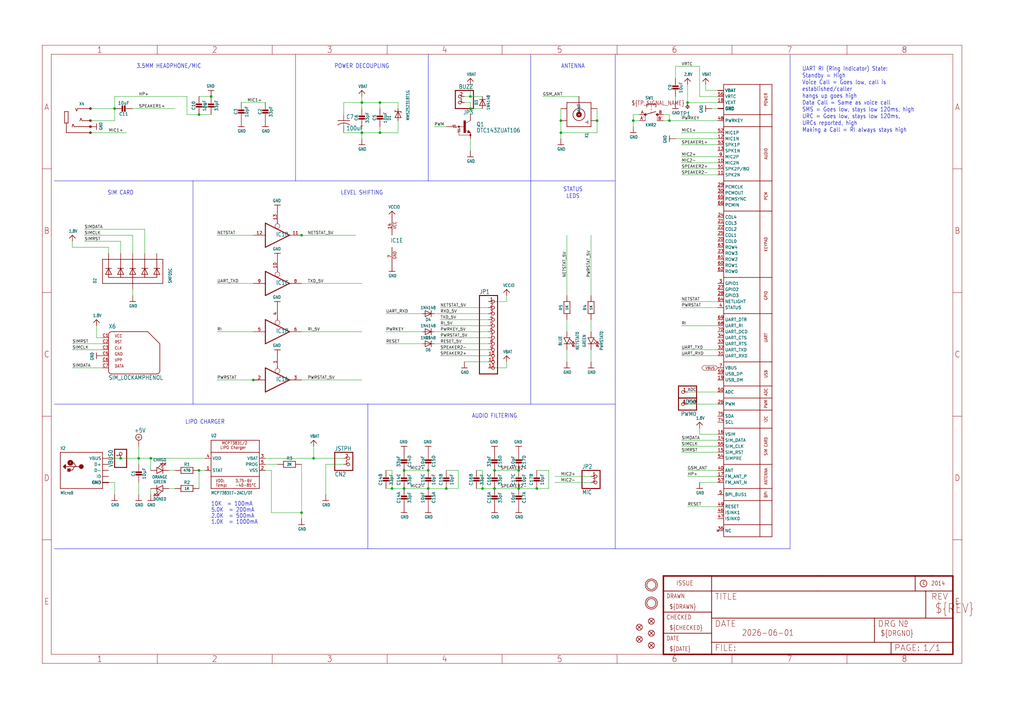
<source format=kicad_sch>
(kicad_sch (version 20230121) (generator eeschema)
  (paper "User" 431.267 298.602)
  (junction (at 208.28 198.12))
  (junction (at 160.02 43.18))
  (junction (at 180.34 198.12))
  (junction (at 88.9 40.64))
  (junction (at 218.44 205.74))
  (junction (at 289.56 43.18))
  (junction (at 83.82 198.12))
  (junction (at 266.7 50.8))
  (junction (at 281.94 50.8))
  (junction (at 187.96 205.74))
  (junction (at 251.46 50.8))
  (junction (at 152.4 55.88))
  (junction (at 170.18 205.74))
  (junction (at 127 99.06))
  (junction (at 152.4 43.18))
  (junction (at 236.22 55.88))
  (junction (at 236.22 50.8))
  (junction (at 218.44 198.12))
  (junction (at 63.5 193.04))
  (junction (at 208.28 205.74))
  (junction (at 160.02 55.88))
  (junction (at 83.82 48.26))
  (junction (at 132.08 193.04))
  (junction (at 198.12 45.72))
  (junction (at 165.1 205.74))
  (junction (at 203.2 205.74))
  (junction (at 58.42 193.04))
  (junction (at 48.26 45.72))
  (junction (at 50.8 193.04))
  (junction (at 180.34 205.74))
  (junction (at 127 215.9))
  (junction (at 226.06 205.74))
  (junction (at 106.68 160.02))
  (junction (at 198.12 40.64))
  (junction (at 170.18 198.12))
  (wire (pts (xy 50.8 193.04) (xy 58.42 193.04)) (stroke (width 0.1524)))
  (wire (pts (xy 137.16 195.58) (xy 137.16 208.28)) (stroke (width 0.1524)))
  (wire (pts (xy 152.4 58.42) (xy 152.4 55.88)) (stroke (width 0.1524)))
  (wire (pts (xy 40.64 142.24) (xy 40.64 137.16)) (stroke (width 0.1524)))
  (wire (pts (xy 167.64 55.88) (xy 167.64 50.8)) (stroke (width 0.1524)))
  (wire (pts (xy 231.14 198.12) (xy 231.14 205.74)) (stroke (width 0.1524)))
  (wire (pts (xy 203.2 205.74) (xy 208.28 205.74)) (stroke (width 0.1524)))
  (polyline (pts (xy 124.46 76.2) (xy 180.34 76.2)) (stroke (width 0.1524) (type solid)))
  (polyline (pts (xy 223.52 76.2) (xy 223.52 22.86)) (stroke (width 0.1524) (type solid)))
  (wire (pts (xy 185.42 134.62) (xy 205.74 134.62)) (stroke (width 0.1524)))
  (wire (pts (xy 63.5 193.04) (xy 86.36 193.04)) (stroke (width 0.1524)))
  (wire (pts (xy 228.6 40.64) (xy 243.84 40.64)) (stroke (width 0.1524)))
  (wire (pts (xy 251.46 55.88) (xy 251.46 50.8)) (stroke (width 0.1524)))
  (polyline (pts (xy 81.28 170.18) (xy 154.94 170.18)) (stroke (width 0.1524) (type solid)))
  (wire (pts (xy 50.8 101.6) (xy 35.56 101.6)) (stroke (width 0.1524)))
  (wire (pts (xy 165.1 205.74) (xy 170.18 205.74)) (stroke (width 0.1524)))
  (wire (pts (xy 160.02 45.72) (xy 160.02 43.18)) (stroke (width 0.1524)))
  (wire (pts (xy 302.26 149.86) (xy 287.02 149.86)) (stroke (width 0.1524)))
  (wire (pts (xy 48.26 45.72) (xy 48.26 40.64)) (stroke (width 0.1524)))
  (wire (pts (xy 152.4 43.18) (xy 152.4 40.64)) (stroke (width 0.1524)))
  (wire (pts (xy 109.22 160.02) (xy 106.68 160.02)) (stroke (width 0.1524)))
  (wire (pts (xy 203.2 205.74) (xy 200.66 205.74)) (stroke (width 0.1524)))
  (wire (pts (xy 193.04 205.74) (xy 187.96 205.74)) (stroke (width 0.1524)))
  (wire (pts (xy 302.26 198.12) (xy 289.56 198.12)) (stroke (width 0.1524)))
  (wire (pts (xy 30.48 154.94) (xy 43.18 154.94)) (stroke (width 0.1524)))
  (wire (pts (xy 236.22 50.8) (xy 236.22 55.88)) (stroke (width 0.1524)))
  (wire (pts (xy 302.26 147.32) (xy 287.02 147.32)) (stroke (width 0.1524)))
  (wire (pts (xy 60.96 106.68) (xy 60.96 96.52)) (stroke (width 0.1524)))
  (wire (pts (xy 55.88 99.06) (xy 35.56 99.06)) (stroke (width 0.1524)))
  (wire (pts (xy 160.02 55.88) (xy 167.64 55.88)) (stroke (width 0.1524)))
  (polyline (pts (xy 259.08 76.2) (xy 259.08 22.86)) (stroke (width 0.1524) (type solid)))
  (wire (pts (xy 101.6 43.18) (xy 111.76 43.18)) (stroke (width 0.1524)))
  (wire (pts (xy 88.9 48.26) (xy 83.82 48.26)) (stroke (width 0.1524)))
  (wire (pts (xy 182.88 144.78) (xy 205.74 144.78)) (stroke (width 0.1524)))
  (wire (pts (xy 38.1 55.88) (xy 53.34 55.88)) (stroke (width 0.1524)))
  (wire (pts (xy 205.74 147.32) (xy 185.42 147.32)) (stroke (width 0.1524)))
  (wire (pts (xy 193.04 198.12) (xy 193.04 205.74)) (stroke (width 0.1524)))
  (wire (pts (xy 106.68 160.02) (xy 91.44 160.02)) (stroke (width 0.1524)))
  (wire (pts (xy 55.88 121.92) (xy 55.88 124.46)) (stroke (width 0.1524)))
  (wire (pts (xy 58.42 195.58) (xy 58.42 193.04)) (stroke (width 0.1524)))
  (polyline (pts (xy 223.52 170.18) (xy 223.52 76.2)) (stroke (width 0.1524) (type solid)))
  (wire (pts (xy 205.74 152.4) (xy 195.58 152.4)) (stroke (width 0.1524)))
  (polyline (pts (xy 180.34 76.2) (xy 180.34 22.86)) (stroke (width 0.1524) (type solid)))
  (wire (pts (xy 83.82 205.74) (xy 83.82 198.12)) (stroke (width 0.1524)))
  (polyline (pts (xy 259.08 231.14) (xy 259.08 170.18)) (stroke (width 0.1524) (type solid)))
  (wire (pts (xy 238.76 124.46) (xy 238.76 99.06)) (stroke (width 0.1524)))
  (wire (pts (xy 213.36 124.46) (xy 213.36 127)) (stroke (width 0.1524)))
  (wire (pts (xy 48.26 203.2) (xy 48.26 208.28)) (stroke (width 0.1524)))
  (wire (pts (xy 281.94 50.8) (xy 279.4 50.8)) (stroke (width 0.1524)))
  (wire (pts (xy 198.12 43.18) (xy 198.12 45.72)) (stroke (width 0.1524)))
  (polyline (pts (xy 223.52 76.2) (xy 180.34 76.2)) (stroke (width 0.1524) (type solid)))
  (wire (pts (xy 187.96 198.12) (xy 193.04 198.12)) (stroke (width 0.1524)))
  (wire (pts (xy 165.1 205.74) (xy 162.56 205.74)) (stroke (width 0.1524)))
  (wire (pts (xy 152.4 53.34) (xy 152.4 55.88)) (stroke (width 0.1524)))
  (wire (pts (xy 144.78 43.18) (xy 152.4 43.18)) (stroke (width 0.1524)))
  (polyline (pts (xy 22.86 231.14) (xy 154.94 231.14)) (stroke (width 0.1524) (type solid)))
  (wire (pts (xy 302.26 213.36) (xy 289.56 213.36)) (stroke (width 0.1524)))
  (wire (pts (xy 182.88 139.7) (xy 205.74 139.7)) (stroke (width 0.1524)))
  (wire (pts (xy 302.26 50.8) (xy 281.94 50.8)) (stroke (width 0.1524)))
  (wire (pts (xy 152.4 43.18) (xy 160.02 43.18)) (stroke (width 0.1524)))
  (wire (pts (xy 185.42 137.16) (xy 205.74 137.16)) (stroke (width 0.1524)))
  (wire (pts (xy 152.4 55.88) (xy 160.02 55.88)) (stroke (width 0.1524)))
  (wire (pts (xy 137.16 195.58) (xy 144.78 195.58)) (stroke (width 0.1524)))
  (wire (pts (xy 251.46 50.8) (xy 251.46 45.72)) (stroke (width 0.1524)))
  (wire (pts (xy 124.46 99.06) (xy 127 99.06)) (stroke (width 0.1524)))
  (wire (pts (xy 58.42 193.04) (xy 58.42 187.96)) (stroke (width 0.1524)))
  (wire (pts (xy 55.88 106.68) (xy 55.88 99.06)) (stroke (width 0.1524)))
  (wire (pts (xy 48.26 40.64) (xy 78.74 40.64)) (stroke (width 0.1524)))
  (polyline (pts (xy 223.52 170.18) (xy 259.08 170.18)) (stroke (width 0.1524) (type solid)))
  (wire (pts (xy 287.02 185.42) (xy 302.26 185.42)) (stroke (width 0.1524)))
  (wire (pts (xy 106.68 119.38) (xy 91.44 119.38)) (stroke (width 0.1524)))
  (wire (pts (xy 213.36 127) (xy 205.74 127)) (stroke (width 0.1524)))
  (wire (pts (xy 248.92 134.62) (xy 248.92 139.7)) (stroke (width 0.1524)))
  (wire (pts (xy 152.4 45.72) (xy 152.4 43.18)) (stroke (width 0.1524)))
  (wire (pts (xy 302.26 187.96) (xy 287.02 187.96)) (stroke (width 0.1524)))
  (wire (pts (xy 83.82 198.12) (xy 86.36 198.12)) (stroke (width 0.1524)))
  (wire (pts (xy 302.26 165.1) (xy 289.56 165.1)) (stroke (width 0.1524)))
  (wire (pts (xy 167.64 43.18) (xy 167.64 45.72)) (stroke (width 0.1524)))
  (wire (pts (xy 248.92 152.4) (xy 248.92 147.32)) (stroke (width 0.1524)))
  (wire (pts (xy 238.76 147.32) (xy 238.76 152.4)) (stroke (width 0.1524)))
  (wire (pts (xy 30.48 104.14) (xy 30.48 101.6)) (stroke (width 0.1524)))
  (polyline (pts (xy 259.08 170.18) (xy 259.08 76.2)) (stroke (width 0.1524) (type solid)))
  (wire (pts (xy 127 99.06) (xy 149.86 99.06)) (stroke (width 0.1524)))
  (wire (pts (xy 208.28 205.74) (xy 218.44 205.74)) (stroke (width 0.1524)))
  (wire (pts (xy 294.64 203.2) (xy 302.26 203.2)) (stroke (width 0.1524)))
  (wire (pts (xy 165.1 198.12) (xy 165.1 205.74)) (stroke (width 0.1524)))
  (wire (pts (xy 226.06 205.74) (xy 218.44 205.74)) (stroke (width 0.1524)))
  (wire (pts (xy 187.96 53.34) (xy 182.88 53.34)) (stroke (width 0.1524)))
  (wire (pts (xy 127 215.9) (xy 127 218.44)) (stroke (width 0.1524)))
  (polyline (pts (xy 22.86 170.18) (xy 81.28 170.18)) (stroke (width 0.1524) (type solid)))
  (wire (pts (xy 111.76 198.12) (xy 114.3 198.12)) (stroke (width 0.1524)))
  (wire (pts (xy 58.42 203.2) (xy 58.42 208.28)) (stroke (width 0.1524)))
  (wire (pts (xy 198.12 45.72) (xy 198.12 48.26)) (stroke (width 0.1524)))
  (wire (pts (xy 106.68 99.06) (xy 91.44 99.06)) (stroke (width 0.1524)))
  (wire (pts (xy 185.42 129.54) (xy 205.74 129.54)) (stroke (width 0.1524)))
  (wire (pts (xy 302.26 40.64) (xy 294.64 40.64)) (stroke (width 0.1524)))
  (wire (pts (xy 236.22 58.42) (xy 236.22 55.88)) (stroke (width 0.1524)))
  (wire (pts (xy 78.74 48.26) (xy 83.82 48.26)) (stroke (width 0.1524)))
  (wire (pts (xy 111.76 195.58) (xy 116.84 195.58)) (stroke (width 0.1524)))
  (wire (pts (xy 43.18 144.78) (xy 30.48 144.78)) (stroke (width 0.1524)))
  (wire (pts (xy 177.8 132.08) (xy 162.56 132.08)) (stroke (width 0.1524)))
  (wire (pts (xy 287.02 60.96) (xy 302.26 60.96)) (stroke (width 0.1524)))
  (wire (pts (xy 43.18 147.32) (xy 30.48 147.32)) (stroke (width 0.1524)))
  (wire (pts (xy 198.12 35.56) (xy 198.12 40.64)) (stroke (width 0.1524)))
  (wire (pts (xy 289.56 170.18) (xy 302.26 170.18)) (stroke (width 0.1524)))
  (wire (pts (xy 160.02 53.34) (xy 160.02 55.88)) (stroke (width 0.1524)))
  (wire (pts (xy 284.48 40.64) (xy 284.48 43.18)) (stroke (width 0.1524)))
  (wire (pts (xy 218.44 198.12) (xy 208.28 198.12)) (stroke (width 0.1524)))
  (wire (pts (xy 43.18 142.24) (xy 40.64 142.24)) (stroke (width 0.1524)))
  (wire (pts (xy 73.66 45.72) (xy 55.88 45.72)) (stroke (width 0.1524)))
  (wire (pts (xy 63.5 205.74) (xy 63.5 208.28)) (stroke (width 0.1524)))
  (wire (pts (xy 302.26 38.1) (xy 297.18 38.1)) (stroke (width 0.1524)))
  (wire (pts (xy 198.12 40.64) (xy 203.2 40.64)) (stroke (width 0.1524)))
  (wire (pts (xy 48.26 45.72) (xy 38.1 45.72)) (stroke (width 0.1524)))
  (wire (pts (xy 203.2 198.12) (xy 203.2 205.74)) (stroke (width 0.1524)))
  (wire (pts (xy 238.76 134.62) (xy 238.76 139.7)) (stroke (width 0.1524)))
  (wire (pts (xy 198.12 45.72) (xy 203.2 45.72)) (stroke (width 0.1524)))
  (polyline (pts (xy 259.08 231.14) (xy 332.74 231.14)) (stroke (width 0.1524) (type solid)))
  (polyline (pts (xy 81.28 170.18) (xy 81.28 76.2)) (stroke (width 0.1524) (type solid)))
  (wire (pts (xy 187.96 205.74) (xy 180.34 205.74)) (stroke (width 0.1524)))
  (wire (pts (xy 302.26 45.72) (xy 299.72 45.72)) (stroke (width 0.1524)))
  (wire (pts (xy 182.88 132.08) (xy 205.74 132.08)) (stroke (width 0.1524)))
  (wire (pts (xy 127 195.58) (xy 127 215.9)) (stroke (width 0.1524)))
  (wire (pts (xy 248.92 200.66) (xy 233.68 200.66)) (stroke (width 0.1524)))
  (wire (pts (xy 231.14 205.74) (xy 226.06 205.74)) (stroke (width 0.1524)))
  (wire (pts (xy 266.7 48.26) (xy 266.7 50.8)) (stroke (width 0.1524)))
  (wire (pts (xy 294.64 27.94) (xy 284.48 27.94)) (stroke (width 0.1524)))
  (wire (pts (xy 302.26 66.04) (xy 287.02 66.04)) (stroke (width 0.1524)))
  (wire (pts (xy 114.3 215.9) (xy 127 215.9)) (stroke (width 0.1524)))
  (wire (pts (xy 177.8 144.78) (xy 162.56 144.78)) (stroke (width 0.1524)))
  (wire (pts (xy 83.82 40.64) (xy 88.9 40.64)) (stroke (width 0.1524)))
  (polyline (pts (xy 81.28 76.2) (xy 124.46 76.2)) (stroke (width 0.1524) (type solid)))
  (wire (pts (xy 294.64 182.88) (xy 294.64 180.34)) (stroke (width 0.1524)))
  (wire (pts (xy 60.96 96.52) (xy 35.56 96.52)) (stroke (width 0.1524)))
  (wire (pts (xy 287.02 55.88) (xy 302.26 55.88)) (stroke (width 0.1524)))
  (wire (pts (xy 302.26 190.5) (xy 287.02 190.5)) (stroke (width 0.1524)))
  (wire (pts (xy 269.24 50.8) (xy 266.7 50.8)) (stroke (width 0.1524)))
  (wire (pts (xy 48.26 45.72) (xy 48.26 50.8)) (stroke (width 0.1524)))
  (wire (pts (xy 266.7 50.8) (xy 266.7 53.34)) (stroke (width 0.1524)))
  (wire (pts (xy 269.24 48.26) (xy 266.7 48.26)) (stroke (width 0.1524)))
  (wire (pts (xy 297.18 38.1) (xy 297.18 35.56)) (stroke (width 0.1524)))
  (wire (pts (xy 185.42 142.24) (xy 205.74 142.24)) (stroke (width 0.1524)))
  (polyline (pts (xy 124.46 76.2) (xy 124.46 22.86)) (stroke (width 0.1524) (type solid)))
  (polyline (pts (xy 332.74 231.14) (xy 332.74 22.86)) (stroke (width 0.1524) (type solid)))
  (wire (pts (xy 213.36 154.94) (xy 205.74 154.94)) (stroke (width 0.1524)))
  (wire (pts (xy 302.26 43.18) (xy 289.56 43.18)) (stroke (width 0.1524)))
  (wire (pts (xy 45.72 193.04) (xy 50.8 193.04)) (stroke (width 0.1524)))
  (wire (pts (xy 302.26 182.88) (xy 294.64 182.88)) (stroke (width 0.1524)))
  (wire (pts (xy 50.8 106.68) (xy 50.8 101.6)) (stroke (width 0.1524)))
  (wire (pts (xy 73.66 205.74) (xy 71.12 205.74)) (stroke (width 0.1524)))
  (wire (pts (xy 73.66 198.12) (xy 71.12 198.12)) (stroke (width 0.1524)))
  (wire (pts (xy 58.42 193.04) (xy 63.5 193.04)) (stroke (width 0.1524)))
  (wire (pts (xy 200.66 198.12) (xy 203.2 198.12)) (stroke (width 0.1524)))
  (wire (pts (xy 177.8 139.7) (xy 162.56 139.7)) (stroke (width 0.1524)))
  (wire (pts (xy 302.26 137.16) (xy 287.02 137.16)) (stroke (width 0.1524)))
  (wire (pts (xy 195.58 43.18) (xy 198.12 43.18)) (stroke (width 0.1524)))
  (wire (pts (xy 198.12 58.42) (xy 198.12 63.5)) (stroke (width 0.1524)))
  (wire (pts (xy 287.02 68.58) (xy 302.26 68.58)) (stroke (width 0.1524)))
  (wire (pts (xy 281.94 48.26) (xy 281.94 50.8)) (stroke (width 0.1524)))
  (wire (pts (xy 132.08 193.04) (xy 111.76 193.04)) (stroke (width 0.1524)))
  (polyline (pts (xy 22.86 76.2) (xy 81.28 76.2)) (stroke (width 0.1524) (type solid)))
  (wire (pts (xy 279.4 48.26) (xy 281.94 48.26)) (stroke (width 0.1524)))
  (polyline (pts (xy 154.94 231.14) (xy 154.94 170.18)) (stroke (width 0.1524) (type solid)))
  (wire (pts (xy 236.22 55.88) (xy 251.46 55.88)) (stroke (width 0.1524)))
  (wire (pts (xy 45.72 106.68) (xy 45.72 104.14)) (stroke (width 0.1524)))
  (wire (pts (xy 198.12 40.64) (xy 195.58 40.64)) (stroke (width 0.1524)))
  (wire (pts (xy 114.3 198.12) (xy 114.3 215.9)) (stroke (width 0.1524)))
  (wire (pts (xy 180.34 198.12) (xy 170.18 198.12)) (stroke (width 0.1524)))
  (wire (pts (xy 226.06 198.12) (xy 231.14 198.12)) (stroke (width 0.1524)))
  (polyline (pts (xy 154.94 170.18) (xy 223.52 170.18)) (stroke (width 0.1524) (type solid)))
  (wire (pts (xy 289.56 43.18) (xy 289.56 35.56)) (stroke (width 0.1524)))
  (wire (pts (xy 144.78 55.88) (xy 152.4 55.88)) (stroke (width 0.1524)))
  (wire (pts (xy 106.68 139.7) (xy 91.44 139.7)) (stroke (width 0.1524)))
  (wire (pts (xy 127 160.02) (xy 152.4 160.02)) (stroke (width 0.1524)))
  (wire (pts (xy 38.1 50.8) (xy 48.26 50.8)) (stroke (width 0.1524)))
  (wire (pts (xy 162.56 198.12) (xy 165.1 198.12)) (stroke (width 0.1524)))
  (wire (pts (xy 185.42 149.86) (xy 205.74 149.86)) (stroke (width 0.1524)))
  (wire (pts (xy 127 139.7) (xy 152.4 139.7)) (stroke (width 0.1524)))
  (wire (pts (xy 302.26 71.12) (xy 287.02 71.12)) (stroke (width 0.1524)))
  (polyline (pts (xy 223.52 76.2) (xy 259.08 76.2)) (stroke (width 0.1524) (type solid)))
  (wire (pts (xy 160.02 43.18) (xy 167.64 43.18)) (stroke (width 0.1524)))
  (wire (pts (xy 78.74 40.64) (xy 78.74 48.26)) (stroke (width 0.1524)))
  (wire (pts (xy 132.08 193.04) (xy 132.08 187.96)) (stroke (width 0.1524)))
  (wire (pts (xy 213.36 152.4) (xy 213.36 154.94)) (stroke (width 0.1524)))
  (wire (pts (xy 233.68 203.2) (xy 248.92 203.2)) (stroke (width 0.1524)))
  (wire (pts (xy 287.02 73.66) (xy 302.26 73.66)) (stroke (width 0.1524)))
  (wire (pts (xy 294.64 40.64) (xy 294.64 27.94)) (stroke (width 0.1524)))
  (wire (pts (xy 144.78 48.26) (xy 144.78 43.18)) (stroke (width 0.1524)))
  (wire (pts (xy 127 119.38) (xy 152.4 119.38)) (stroke (width 0.1524)))
  (wire (pts (xy 132.08 193.04) (xy 144.78 193.04)) (stroke (width 0.1524)))
  (wire (pts (xy 302.26 200.66) (xy 289.56 200.66)) (stroke (width 0.1524)))
  (wire (pts (xy 248.92 99.06) (xy 248.92 124.46)) (stroke (width 0.1524)))
  (wire (pts (xy 302.26 127) (xy 287.02 127)) (stroke (width 0.1524)))
  (wire (pts (xy 236.22 45.72) (xy 236.22 50.8)) (stroke (width 0.1524)))
  (wire (pts (xy 63.5 198.12) (xy 63.5 193.04)) (stroke (width 0.1524)))
  (wire (pts (xy 45.72 104.14) (xy 30.48 104.14)) (stroke (width 0.1524)))
  (wire (pts (xy 284.48 27.94) (xy 284.48 33.02)) (stroke (width 0.1524)))
  (wire (pts (xy 170.18 205.74) (xy 180.34 205.74)) (stroke (width 0.1524)))
  (polyline (pts (xy 154.94 231.14) (xy 259.08 231.14)) (stroke (width 0.1524) (type solid)))
  (wire (pts (xy 284.48 58.42) (xy 302.26 58.42)) (stroke (width 0.1524)))
  (wire (pts (xy 302.26 129.54) (xy 287.02 129.54)) (stroke (width 0.1524)))
  (wire (pts (xy 45.72 203.2) (xy 48.26 203.2)) (stroke (width 0.1524)))
  (text "POWER DECOUPLING" (at 152.4 27.94 0) (effects (font (size 1.778 1.5113))))
  (text "5.0K  = 200mA" (at 88.9 215.9 0) (effects (font (size 1.778 1.5113)) (justify left bottom)))
  (text "1.0K  = 1000mA" (at 88.9 220.98 0) (effects (font (size 1.778 1.5113)) (justify left bottom)))
  (text "ANTENNA" (at 241.3 27.94 0) (effects (font (size 1.778 1.5113))))
  (text "2.0K  = 500mA" (at 88.9 218.44 0) (effects (font (size 1.778 1.5113)) (justify left bottom)))
  (text "UART RI (Ring Indicator) State:\nStandby = High\nVoice Call = Goes low, call is\nestablished/caller\nhangs up goes high\nData Call = Same as voice call\nSMS = Goes low, stays low 120ms, high\nURC = Goes low, stays low 120ms,\nURCs reported, high\nMaking a Call = RI always stays high" (at 337.82 55.88 0) (effects (font (size 1.778 1.5113)) (justify left bottom)))
  (text "AUDIO FILTERING" (at 208.28 175.26 0) (effects (font (size 1.778 1.5113))))
  (text "3.5MM HEADPHONE/MIC" (at 71.12 27.94 0) (effects (font (size 1.778 1.5113))))
  (text "STATUS\nLEDS" (at 241.3 81.28 0) (effects (font (size 1.778 1.5113))))
  (text "SIM CARD" (at 50.8 81.28 0) (effects (font (size 1.778 1.5113))))
  (text "10K  = 100mA" (at 88.9 213.36 0) (effects (font (size 1.778 1.5113)) (justify left bottom)))
  (text "LEVEL SHIFTING" (at 152.4 81.28 0) (effects (font (size 1.778 1.5113))))
  (text "LIPO CHARGER" (at 86.36 177.8 0) (effects (font (size 1.778 1.5113))))
  (label "SIMDATA" (at 30.48 154.94 0) (effects (font (size 1.2446 1.2446))))
  (label "RESET" (at 162.56 144.78 0) (effects (font (size 1.2446 1.2446))))
  (label "ADC" (at 289.56 165.1 0) (effects (font (size 1.2446 1.2446))))
  (label "PWM" (at 182.88 53.34 0) (effects (font (size 1.2446 1.2446))))
  (label "RI_5V" (at 129.54 139.7 0) (effects (font (size 1.2446 1.2446))))
  (label "NETSTAT_5V" (at 185.42 129.54 0) (effects (font (size 1.2446 1.2446))))
  (label "SPEAKER2-" (at 287.02 73.66 0) (effects (font (size 1.2446 1.2446))))
  (label "VRTC" (at 287.02 27.94 0) (effects (font (size 1.2446 1.2446))))
  (label "UART_TXD" (at 91.44 119.38 0) (effects (font (size 1.2446 1.2446))))
  (label "SIMCLK" (at 287.02 187.96 0) (effects (font (size 1.2446 1.2446))))
  (label "PWRSTAT" (at 91.44 160.02 0) (effects (font (size 1.2446 1.2446))))
  (label "MIC2+" (at 172.72 198.12 0) (effects (font (size 1.2446 1.2446))))
  (label "HP+" (at 289.56 200.66 0) (effects (font (size 1.2446 1.2446))))
  (label "TXD_5V" (at 129.54 119.38 0) (effects (font (size 1.2446 1.2446))))
  (label "PWRKEY" (at 287.02 50.8 0) (effects (font (size 1.2446 1.2446))))
  (label "UART_RXD" (at 162.56 132.08 0) (effects (font (size 1.2446 1.2446))))
  (label "PWM" (at 289.56 170.18 0) (effects (font (size 1.2446 1.2446))))
  (label "MIC2-" (at 172.72 205.74 0) (effects (font (size 1.2446 1.2446))))
  (label "SIMDATA" (at 35.56 96.52 0) (effects (font (size 1.2446 1.2446))))
  (label "GSM_ANT" (at 228.6 40.64 0) (effects (font (size 1.2446 1.2446))))
  (label "NETSTAT_5V" (at 129.54 99.06 0) (effects (font (size 1.2446 1.2446))))
  (label "NETSTAT" (at 287.02 127 0) (effects (font (size 1.2446 1.2446))))
  (label "SPEAKER2+" (at 185.42 149.86 0) (effects (font (size 1.2446 1.2446))))
  (label "RI_5V" (at 185.42 137.16 0) (effects (font (size 1.2446 1.2446))))
  (label "MIC1+" (at 287.02 55.88 0) (effects (font (size 1.2446 1.2446))))
  (label "SIMCLK" (at 35.56 99.06 0) (effects (font (size 1.2446 1.2446))))
  (label "SPEAKER2-" (at 185.42 147.32 0) (effects (font (size 1.2446 1.2446))))
  (label "GSM_ANT" (at 289.56 198.12 0) (effects (font (size 1.2446 1.2446))))
  (label "SPEAKER2+" (at 210.82 198.12 0) (effects (font (size 1.2446 1.2446))))
  (label "SIMRST" (at 287.02 190.5 0) (effects (font (size 1.2446 1.2446))))
  (label "TXD_5V" (at 185.42 134.62 0) (effects (font (size 1.2446 1.2446))))
  (label "MIC1+" (at 104.14 43.18 0) (effects (font (size 1.2446 1.2446))))
  (label "RESET_5V" (at 185.42 144.78 0) (effects (font (size 1.2446 1.2446))))
  (label "SIMCLK" (at 30.48 147.32 0) (effects (font (size 1.2446 1.2446))))
  (label "SPEAKER2-" (at 210.82 205.74 0) (effects (font (size 1.2446 1.2446))))
  (label "MIC2-" (at 236.22 203.2 0) (effects (font (size 1.2446 1.2446))))
  (label "PWRKEY_5V" (at 185.42 139.7 0) (effects (font (size 1.2446 1.2446))))
  (label "MIC2-" (at 287.02 68.58 0) (effects (font (size 1.2446 1.2446))))
  (label "PWRSTAT_5V" (at 129.54 160.02 0) (effects (font (size 1.2446 1.2446))))
  (label "PWRKEY" (at 162.56 139.7 0) (effects (font (size 1.2446 1.2446))))
  (label "RI" (at 287.02 137.16 0) (effects (font (size 1.2446 1.2446))))
  (label "PWRSTAT" (at 287.02 129.54 0) (effects (font (size 1.2446 1.2446))))
  (label "PWRSTAT_5V" (at 185.42 142.24 0) (effects (font (size 1.2446 1.2446))))
  (label "NETSTAT" (at 91.44 99.06 0) (effects (font (size 1.2446 1.2446))))
  (label "UART_TXD" (at 287.02 147.32 0) (effects (font (size 1.2446 1.2446))))
  (label "PWRSTAT_5V" (at 248.92 116.84 90) (effects (font (size 1.2446 1.2446))))
  (label "RESET" (at 289.56 213.36 0) (effects (font (size 1.2446 1.2446))))
  (label "HP+" (at 58.42 40.64 0) (effects (font (size 1.2446 1.2446))))
  (label "RI" (at 91.44 139.7 0) (effects (font (size 1.2446 1.2446))))
  (label "SPEAKER2+" (at 287.02 71.12 0) (effects (font (size 1.2446 1.2446))))
  (label "SPEAKER1+" (at 287.02 60.96 0) (effects (font (size 1.2446 1.2446))))
  (label "SIMRST" (at 30.48 144.78 0) (effects (font (size 1.2446 1.2446))))
  (label "NETSTAT_5V" (at 238.76 116.84 90) (effects (font (size 1.2446 1.2446))))
  (label "MIC2+" (at 287.02 66.04 0) (effects (font (size 1.2446 1.2446))))
  (label "MIC2+" (at 236.22 200.66 0) (effects (font (size 1.2446 1.2446))))
  (label "SIMDATA" (at 287.02 185.42 0) (effects (font (size 1.2446 1.2446))))
  (label "UART_RXD" (at 287.02 149.86 0) (effects (font (size 1.2446 1.2446))))
  (label "SIMRST" (at 35.56 101.6 0) (effects (font (size 1.2446 1.2446))))
  (label "RXD_5V" (at 185.42 132.08 0) (effects (font (size 1.2446 1.2446))))
  (label "MIC1+" (at 45.72 55.88 0) (effects (font (size 1.2446 1.2446))))
  (label "SPEAKER1+" (at 58.42 45.72 0) (effects (font (size 1.2446 1.2446))))
  (global_label "VBUS" (shape bidirectional) (at 302.26 154.94 180) (effects (font (size 1.016 1.016))) (property "Intersheetrefs" "${INTERSHEET_REFS}" (effects hide)))
  (symbol (lib_id "working-eagle-import:GND") (at 170.18 215.9 0) (unit 1)
    (property "Reference" "#U$46" (effects hide))
    (property "Value" "GND" (at 168.656 218.44 0) (effects (font (size 1.27 1.0795)) (justify left bottom)))
  )
  (symbol (lib_id "working-eagle-import:GND") (at 116.84 147.32 180) (unit 1)
    (property "Reference" "#U$5" (effects hide))
    (property "Value" "GND" (at 118.364 144.78 0) (effects (font (size 1.27 1.0795)) (justify left bottom)))
  )
  (symbol (lib_id "working-eagle-import:GND") (at 116.84 86.36 180) (unit 1)
    (property "Reference" "#U$53" (effects hide))
    (property "Value" "GND" (at 118.364 83.82 0) (effects (font (size 1.27 1.0795)) (justify left bottom)))
  )
  (symbol (lib_id "working-eagle-import:DIODESOD-323") (at 180.34 132.08 0) (mirror x) (unit 1)
    (property "Reference" "D4" (at 180.34 134.62 0) (effects (font (size 1.27 1.0795))))
    (property "Value" "1N4148" (at 180.34 129.58 0) (effects (font (size 1.27 1.0795))))
    (property "Footprint" "working:SOD-323" (effects hide))
  )
  (symbol (lib_id "working-eagle-import:VCCIO") (at 165.1 88.9 0) (unit 1)
    (property "Reference" "#U$55" (effects hide))
    (property "Value" "VCCIO" (at 163.576 87.884 0) (effects (font (size 1.27 1.0795)) (justify left bottom)))
  )
  (symbol (lib_id "working-eagle-import:MOUNTINGHOLE2.5") (at 274.32 246.38 0) (unit 1)
    (property "Reference" "U$34" (effects hide))
    (property "Value" "MOUNTINGHOLE2.5" (effects hide))
    (property "Footprint" "working:MOUNTINGHOLE_2.5_PLATED" (effects hide))
  )
  (symbol (lib_id "working-eagle-import:CAP_CERAMIC0805-NOOUTLINE") (at 284.48 38.1 0) (unit 1)
    (property "Reference" "C9" (at 282.19 36.85 90))
    (property "Value" "10uF" (at 286.78 36.85 90))
    (property "Footprint" "working:0805-NO" (effects hide))
  )
  (symbol (lib_id "working-eagle-import:MOUNTINGHOLE2.5") (at 274.32 254 0) (unit 1)
    (property "Reference" "U$33" (effects hide))
    (property "Value" "MOUNTINGHOLE2.5" (effects hide))
    (property "Footprint" "working:MOUNTINGHOLE_2.5_PLATED" (effects hide))
  )
  (symbol (lib_id "working-eagle-import:SWITCH_TACT_SMT4.6X2.8") (at 274.32 48.26 0) (unit 1)
    (property "Reference" "SW1" (at 271.78 41.91 0) (effects (font (size 1.27 1.0795)) (justify left bottom)))
    (property "Value" "KMR2" (at 271.78 53.34 0) (effects (font (size 1.27 1.0795)) (justify left bottom)))
    (property "Footprint" "working:BTN_KMR2_4.6X2.8" (effects hide))
  )
  (symbol (lib_id "working-eagle-import:GND") (at 170.18 187.96 180) (unit 1)
    (property "Reference" "#U$44" (effects hide))
    (property "Value" "GND" (at 171.704 185.42 0) (effects (font (size 1.27 1.0795)) (justify left bottom)))
  )
  (symbol (lib_id "working-eagle-import:SMACONNECTOR_EDGE_UFL") (at 243.84 48.26 270) (unit 1)
    (property "Reference" "X1" (at 246.38 55.88 0) (effects (font (size 1.27 1.0795)) (justify left bottom)))
    (property "Value" "SMACONNECTOR_EDGE_UFL" (effects hide))
    (property "Footprint" "working:SMA_EDGELAUNCH_UFL" (effects hide))
  )
  (symbol (lib_id "working-eagle-import:CAP_4PACK1206") (at 218.44 208.28 180) (unit 1)
    (property "Reference" "C17" (at 220.73 209.53 90))
    (property "Value" "10pF" (at 216.14 209.53 90))
    (property "Footprint" "working:RESPACK_4X0603" (effects hide))
  )
  (symbol (lib_id "working-eagle-import:1.8V") (at 294.64 177.8 0) (unit 1)
    (property "Reference" "#U$8" (effects hide))
    (property "Value" "1.8V" (at 293.116 176.784 0) (effects (font (size 1.27 1.0795)) (justify left bottom)))
  )
  (symbol (lib_id "working-eagle-import:FRAME_A3") (at 279.4 276.86 0) (unit 3)
    (property "Reference" "#FRAME1" (effects hide))
    (property "Value" "FRAME_A3" (effects hide))
  )
  (symbol (lib_id "working-eagle-import:CAP_CERAMIC0805-NOOUTLINE") (at 53.34 45.72 90) (unit 1)
    (property "Reference" "C11" (at 52.09 48.01 90))
    (property "Value" "10uF" (at 52.09 43.42 90))
    (property "Footprint" "working:0805-NO" (effects hide))
  )
  (symbol (lib_id "working-eagle-import:FRAME_A3") (at 17.78 279.4 0) (unit 1)
    (property "Reference" "#FRAME1" (effects hide))
    (property "Value" "FRAME_A3" (effects hide))
  )
  (symbol (lib_id "working-eagle-import:CAP_4PACK1206") (at 226.06 203.2 0) (unit 2)
    (property "Reference" "C17" (at 223.77 201.95 90))
    (property "Value" "10pF" (at 228.36 201.95 90))
    (property "Footprint" "working:RESPACK_4X0603" (effects hide))
  )
  (symbol (lib_id "working-eagle-import:CAP_4PACK1206") (at 180.34 203.2 0) (unit 3)
    (property "Reference" "C15" (at 178.05 201.95 90))
    (property "Value" "10pF" (at 182.64 201.95 90))
    (property "Footprint" "working:RESPACK_4X0603" (effects hide))
  )
  (symbol (lib_id "working-eagle-import:CAP_CERAMIC0805-NOOUTLINE") (at 160.02 50.8 0) (unit 1)
    (property "Reference" "C5" (at 157.73 49.55 90))
    (property "Value" "10pF" (at 162.32 49.55 90))
    (property "Footprint" "working:0805-NO" (effects hide))
  )
  (symbol (lib_id "working-eagle-import:C-USC1210") (at 144.78 50.8 0) (unit 1)
    (property "Reference" "C7" (at 145.796 50.165 0) (effects (font (size 1.778 1.5113)) (justify left bottom)))
    (property "Value" "100uF" (at 145.796 54.991 0) (effects (font (size 1.778 1.5113)) (justify left bottom)))
    (property "Footprint" "working:C1210" (effects hide))
  )
  (symbol (lib_id "working-eagle-import:CAP_4PACK1206") (at 208.28 203.2 0) (unit 3)
    (property "Reference" "C16" (at 205.99 201.95 90))
    (property "Value" "33pF" (at 210.58 201.95 90))
    (property "Footprint" "working:RESPACK_4X0603" (effects hide))
  )
  (symbol (lib_id "working-eagle-import:GND") (at 40.64 53.34 90) (unit 1)
    (property "Reference" "#U$25" (effects hide))
    (property "Value" "GND" (at 43.18 54.864 0) (effects (font (size 1.27 1.0795)) (justify left bottom)))
  )
  (symbol (lib_id "working-eagle-import:TPTP11R") (at 289.56 45.72 180) (unit 1)
    (property "Reference" "TP1" (at 290.83 46.99 0) (effects (font (size 1.778 1.5113)) (justify left bottom)))
    (property "Value" "TPTP11R" (effects hide))
    (property "Footprint" "working:TP11R" (effects hide))
  )
  (symbol (lib_id "working-eagle-import:CAP_4PACK1206") (at 180.34 193.04 180) (unit 4)
    (property "Reference" "C15" (at 182.63 194.29 90))
    (property "Value" "10pF" (at 178.04 194.29 90))
    (property "Footprint" "working:RESPACK_4X0603" (effects hide))
  )
  (symbol (lib_id "working-eagle-import:PINHD-1X1CB") (at 287.02 170.18 180) (unit 1)
    (property "Reference" "PWM0" (at 293.37 173.355 0) (effects (font (size 1.778 1.5113)) (justify left bottom)))
    (property "Value" "PINHD-1X1CB" (effects hide))
    (property "Footprint" "working:1X01-CLEANBIG" (effects hide))
  )
  (symbol (lib_id "working-eagle-import:GND") (at 48.26 210.82 0) (unit 1)
    (property "Reference" "#U$2" (effects hide))
    (property "Value" "GND" (at 46.736 213.36 0) (effects (font (size 1.27 1.0795)) (justify left bottom)))
  )
  (symbol (lib_id "working-eagle-import:HEADER-1X2ROUND") (at 251.46 203.2 0) (unit 1)
    (property "Reference" "JP2" (at 245.11 197.485 0) (effects (font (size 1.778 1.5113)) (justify left bottom)))
    (property "Value" "MIC" (at 245.11 208.28 0) (effects (font (size 1.778 1.5113)) (justify left bottom)))
    (property "Footprint" "working:1X02_ROUND" (effects hide))
  )
  (symbol (lib_id "working-eagle-import:PINHD-1X1CB") (at 287.02 165.1 180) (unit 1)
    (property "Reference" "ADC0" (at 293.37 168.275 0) (effects (font (size 1.778 1.5113)) (justify left bottom)))
    (property "Value" "PINHD-1X1CB" (effects hide))
    (property "Footprint" "working:1X01-CLEANBIG" (effects hide))
  )
  (symbol (lib_id "working-eagle-import:LED0805_NOOUTLINE") (at 238.76 144.78 270) (unit 1)
    (property "Reference" "NETSTAT0" (at 243.205 143.51 0) (effects (font (size 1.27 1.0795))))
    (property "Value" "BLUE" (at 235.966 143.51 0) (effects (font (size 1.27 1.0795))))
    (property "Footprint" "working:CHIPLED_0805_NOOUTLINE" (effects hide))
  )
  (symbol (lib_id "working-eagle-import:1.8V") (at 40.64 134.62 0) (unit 1)
    (property "Reference" "#U$1" (effects hide))
    (property "Value" "1.8V" (at 39.116 133.604 0) (effects (font (size 1.27 1.0795)) (justify left bottom)))
  )
  (symbol (lib_id "working-eagle-import:LED0805_NOOUTLINE") (at 66.04 205.74 180) (unit 1)
    (property "Reference" "DONE0" (at 67.31 210.185 0) (effects (font (size 1.27 1.0795))))
    (property "Value" "GREEN" (at 67.31 202.946 0) (effects (font (size 1.27 1.0795))))
    (property "Footprint" "working:CHIPLED_0805_NOOUTLINE" (effects hide))
  )
  (symbol (lib_id "working-eagle-import:LED0805_NOOUTLINE") (at 68.58 198.12 0) (unit 1)
    (property "Reference" "CHRG0" (at 67.31 193.675 0) (effects (font (size 1.27 1.0795))))
    (property "Value" "ORANGE" (at 67.31 200.914 0) (effects (font (size 1.27 1.0795))))
    (property "Footprint" "working:CHIPLED_0805_NOOUTLINE" (effects hide))
  )
  (symbol (lib_id "working-eagle-import:2.8V") (at 289.56 33.02 0) (unit 1)
    (property "Reference" "#U$23" (effects hide))
    (property "Value" "2.8V" (at 288.036 32.004 0) (effects (font (size 1.27 1.0795)) (justify left bottom)))
  )
  (symbol (lib_id "working-eagle-import:PINHD-1X1CB") (at 50.8 190.5 90) (unit 1)
    (property "Reference" "VBUS0" (at 47.625 196.85 0) (effects (font (size 1.778 1.5113)) (justify left bottom)))
    (property "Value" "PINHD-1X1CB" (effects hide))
    (property "Footprint" "working:1X01-CLEANBIG" (effects hide))
  )
  (symbol (lib_id "working-eagle-import:GND") (at 137.16 210.82 0) (unit 1)
    (property "Reference" "#U$4" (effects hide))
    (property "Value" "GND" (at 135.636 213.36 0) (effects (font (size 1.27 1.0795)) (justify left bottom)))
  )
  (symbol (lib_id "working-eagle-import:GND") (at 180.34 187.96 180) (unit 1)
    (property "Reference" "#U$45" (effects hide))
    (property "Value" "GND" (at 181.864 185.42 0) (effects (font (size 1.27 1.0795)) (justify left bottom)))
  )
  (symbol (lib_id "working-eagle-import:FIDUCIAL{dblquote}{dblquote}") (at 269.24 264.16 0) (unit 1)
    (property "Reference" "FID4" (effects hide))
    (property "Value" "FIDUCIAL{dblquote}{dblquote}" (effects hide))
    (property "Footprint" "working:FIDUCIAL_1MM" (effects hide))
  )
  (symbol (lib_id "working-eagle-import:GND") (at 281.94 58.42 270) (unit 1)
    (property "Reference" "#U$17" (effects hide))
    (property "Value" "GND" (at 279.4 56.896 0) (effects (font (size 1.27 1.0795)) (justify left bottom)))
  )
  (symbol (lib_id "working-eagle-import:CAP_CERAMIC0805-NOOUTLINE") (at 101.6 48.26 0) (unit 1)
    (property "Reference" "C3" (at 99.31 47.01 90))
    (property "Value" "10pF" (at 103.9 47.01 90))
    (property "Footprint" "working:0805-NO" (effects hide))
  )
  (symbol (lib_id "working-eagle-import:VCCIO") (at 213.36 121.92 0) (unit 1)
    (property "Reference" "#U$29" (effects hide))
    (property "Value" "VCCIO" (at 211.836 120.904 0) (effects (font (size 1.27 1.0795)) (justify left bottom)))
  )
  (symbol (lib_id "working-eagle-import:DIODE-ZENERSOD123") (at 167.64 48.26 90) (unit 1)
    (property "Reference" "D1" (at 164.6174 50.8 0) (effects (font (size 1.27 1.0795)) (justify left bottom)))
    (property "Value" "MMSZ5231BT1G" (at 172.4914 50.8 0) (effects (font (size 1.27 1.0795)) (justify left bottom)))
    (property "Footprint" "working:SOD-123" (effects hide))
  )
  (symbol (lib_id "working-eagle-import:CAP_CERAMIC0805-NOOUTLINE") (at 88.9 45.72 0) (unit 1)
    (property "Reference" "C4" (at 86.61 44.47 90))
    (property "Value" "33pF" (at 91.2 44.47 90))
    (property "Footprint" "working:0805-NO" (effects hide))
  )
  (symbol (lib_id "working-eagle-import:GND") (at 111.76 53.34 0) (unit 1)
    (property "Reference" "#U$21" (effects hide))
    (property "Value" "GND" (at 110.236 55.88 0) (effects (font (size 1.27 1.0795)) (justify left bottom)))
  )
  (symbol (lib_id "working-eagle-import:USBMICRO_20329") (at 35.56 198.12 0) (unit 1)
    (property "Reference" "X2" (at 25.4 189.484 0) (effects (font (size 1.27 1.0795)) (justify left bottom)))
    (property "Value" "MicroB" (at 25.4 208.28 0) (effects (font (size 1.27 1.0795)) (justify left bottom)))
    (property "Footprint" "working:4UCONN_20329" (effects hide))
  )
  (symbol (lib_id "working-eagle-import:RESISTOR0805_NOOUTLINE") (at 248.92 129.54 90) (unit 1)
    (property "Reference" "R4" (at 246.38 129.54 0))
    (property "Value" "1K" (at 248.92 129.54 0) (effects (font (size 1.016 1.016) bold)))
    (property "Footprint" "working:0805-NO" (effects hide))
  )
  (symbol (lib_id "working-eagle-import:GSM_SIM800L") (at 314.96 124.46 0) (unit 1)
    (property "Reference" "U1" (effects hide))
    (property "Value" "SIM800H/L" (effects hide))
    (property "Footprint" "working:SIM800L" (effects hide))
  )
  (symbol (lib_id "working-eagle-import:RESISTOR0805_NOOUTLINE") (at 78.74 205.74 0) (unit 1)
    (property "Reference" "R2" (at 78.74 203.2 0))
    (property "Value" "1K" (at 78.74 205.74 0) (effects (font (size 1.016 1.016) bold)))
    (property "Footprint" "working:0805-NO" (effects hide))
  )
  (symbol (lib_id "working-eagle-import:VBAT") (at 213.36 149.86 0) (unit 1)
    (property "Reference" "#U$28" (effects hide))
    (property "Value" "VBAT" (at 211.836 148.844 0) (effects (font (size 1.27 1.0795)) (justify left bottom)))
  )
  (symbol (lib_id "working-eagle-import:GND") (at 218.44 215.9 0) (unit 1)
    (property "Reference" "#U$51" (effects hide))
    (property "Value" "GND" (at 216.916 218.44 0) (effects (font (size 1.27 1.0795)) (justify left bottom)))
  )
  (symbol (lib_id "working-eagle-import:FIDUCIAL{dblquote}{dblquote}") (at 274.32 261.62 0) (unit 1)
    (property "Reference" "FID2" (effects hide))
    (property "Value" "FIDUCIAL{dblquote}{dblquote}" (effects hide))
    (property "Footprint" "working:FIDUCIAL_1MM" (effects hide))
  )
  (symbol (lib_id "working-eagle-import:DIODESOD-323") (at 180.34 144.78 0) (mirror x) (unit 1)
    (property "Reference" "D6" (at 180.34 147.32 0) (effects (font (size 1.27 1.0795))))
    (property "Value" "1N4148" (at 180.34 142.28 0) (effects (font (size 1.27 1.0795))))
    (property "Footprint" "working:SOD-323" (effects hide))
  )
  (symbol (lib_id "working-eagle-import:GND") (at 40.64 149.86 270) (unit 1)
    (property "Reference" "#U$13" (effects hide))
    (property "Value" "GND" (at 38.1 148.336 0) (effects (font (size 1.27 1.0795)) (justify left bottom)))
  )
  (symbol (lib_id "working-eagle-import:DIODESOD-323") (at 180.34 139.7 0) (mirror x) (unit 1)
    (property "Reference" "D5" (at 180.34 142.24 0) (effects (font (size 1.27 1.0795))))
    (property "Value" "1N4148" (at 180.34 137.2 0) (effects (font (size 1.27 1.0795))))
    (property "Footprint" "working:SOD-323" (effects hide))
  )
  (symbol (lib_id "working-eagle-import:CAP_4PACK1206") (at 187.96 203.2 0) (unit 2)
    (property "Reference" "C15" (at 185.67 201.95 90))
    (property "Value" "10pF" (at 190.26 201.95 90))
    (property "Footprint" "working:RESPACK_4X0603" (effects hide))
  )
  (symbol (lib_id "working-eagle-import:GND") (at 218.44 187.96 180) (unit 1)
    (property "Reference" "#U$49" (effects hide))
    (property "Value" "GND" (at 219.964 185.42 0) (effects (font (size 1.27 1.0795)) (justify left bottom)))
  )
  (symbol (lib_id "working-eagle-import:-NPN_DRIVER-SC59-BEC") (at 195.58 53.34 0) (unit 1)
    (property "Reference" "Q1" (at 200.66 53.34 0) (effects (font (size 1.778 1.5113)) (justify left bottom)))
    (property "Value" "DTC143ZUAT106" (at 200.66 55.88 0) (effects (font (size 1.778 1.5113)) (justify left bottom)))
    (property "Footprint" "working:SC59-BEC" (effects hide))
  )
  (symbol (lib_id "working-eagle-import:1.8V") (at 30.48 99.06 0) (unit 1)
    (property "Reference" "#U$15" (effects hide))
    (property "Value" "1.8V" (at 28.956 98.044 0) (effects (font (size 1.27 1.0795)) (justify left bottom)))
  )
  (symbol (lib_id "working-eagle-import:LED0805_NOOUTLINE") (at 248.92 144.78 270) (unit 1)
    (property "Reference" "PWRSTAT0" (at 253.365 143.51 0) (effects (font (size 1.27 1.0795))))
    (property "Value" "GREEN" (at 246.126 143.51 0) (effects (font (size 1.27 1.0795))))
    (property "Footprint" "working:CHIPLED_0805_NOOUTLINE" (effects hide))
  )
  (symbol (lib_id "working-eagle-import:DIODESOD-323") (at 203.2 43.18 90) (unit 1)
    (property "Reference" "D3" (at 200.66 43.18 0) (effects (font (size 1.27 1.0795))))
    (property "Value" "1N4148" (at 205.7 43.18 0) (effects (font (size 1.27 1.0795))))
    (property "Footprint" "working:SOD-323" (effects hide))
  )
  (symbol (lib_id "working-eagle-import:GND") (at 266.7 55.88 0) (unit 1)
    (property "Reference" "#U$14" (effects hide))
    (property "Value" "GND" (at 265.176 58.42 0) (effects (font (size 1.27 1.0795)) (justify left bottom)))
  )
  (symbol (lib_id "working-eagle-import:GND") (at 127 220.98 0) (unit 1)
    (property "Reference" "#U$6" (effects hide))
    (property "Value" "GND" (at 125.476 223.52 0) (effects (font (size 1.27 1.0795)) (justify left bottom)))
  )
  (symbol (lib_id "working-eagle-import:VBAT") (at 152.4 38.1 0) (unit 1)
    (property "Reference" "#U$9" (effects hide))
    (property "Value" "VBAT" (at 150.876 37.084 0) (effects (font (size 1.27 1.0795)) (justify left bottom)))
  )
  (symbol (lib_id "working-eagle-import:GND") (at 101.6 53.34 0) (unit 1)
    (property "Reference" "#U$41" (effects hide))
    (property "Value" "GND" (at 100.076 55.88 0) (effects (font (size 1.27 1.0795)) (justify left bottom)))
  )
  (symbol (lib_id "working-eagle-import:JST_2PIN") (at 147.32 193.04 0) (mirror x) (unit 1)
    (property "Reference" "CN2" (at 140.97 198.755 0) (effects (font (size 1.778 1.5113)) (justify left bottom)))
    (property "Value" "JSTPH" (at 140.97 187.96 0) (effects (font (size 1.778 1.5113)) (justify left bottom)))
    (property "Footprint" "working:JSTPH2" (effects hide))
  )
  (symbol (lib_id "working-eagle-import:GND") (at 116.84 127 180) (unit 1)
    (property "Reference" "#U$11" (effects hide))
    (property "Value" "GND" (at 118.364 124.46 0) (effects (font (size 1.27 1.0795)) (justify left bottom)))
  )
  (symbol (lib_id "working-eagle-import:RESISTOR0805_NOOUTLINE") (at 238.76 129.54 90) (unit 1)
    (property "Reference" "R5" (at 236.22 129.54 0))
    (property "Value" "1K" (at 238.76 129.54 0) (effects (font (size 1.016 1.016) bold)))
    (property "Footprint" "working:0805-NO" (effects hide))
  )
  (symbol (lib_id "working-eagle-import:GND") (at 208.28 187.96 180) (unit 1)
    (property "Reference" "#U$48" (effects hide))
    (property "Value" "GND" (at 209.804 185.42 0) (effects (font (size 1.27 1.0795)) (justify left bottom)))
  )
  (symbol (lib_id "working-eagle-import:CAP_4PACK1206") (at 180.34 208.28 180) (unit 1)
    (property "Reference" "C15" (at 182.63 209.53 90))
    (property "Value" "10pF" (at 178.04 209.53 90))
    (property "Footprint" "working:RESPACK_4X0603" (effects hide))
  )
  (symbol (lib_id "working-eagle-import:TVSARRAY_5LANE") (at 55.88 116.84 90) (unit 1)
    (property "Reference" "D2" (at 40.64 119.38 0) (effects (font (size 1.27 1.0795)) (justify left bottom)))
    (property "Value" "SMF05C" (at 72.39 119.38 0) (effects (font (size 1.27 1.0795)) (justify left bottom)))
    (property "Footprint" "working:SOT363" (effects hide))
  )
  (symbol (lib_id "working-eagle-import:GND") (at 208.28 215.9 0) (unit 1)
    (property "Reference" "#U$50" (effects hide))
    (property "Value" "GND" (at 206.756 218.44 0) (effects (font (size 1.27 1.0795)) (justify left bottom)))
  )
  (symbol (lib_id "working-eagle-import:RESISTOR0805_NOOUTLINE") (at 78.74 198.12 0) (unit 1)
    (property "Reference" "R1" (at 78.74 195.58 0))
    (property "Value" "470" (at 78.74 198.12 0) (effects (font (size 1.016 1.016) bold)))
    (property "Footprint" "working:0805-NO" (effects hide))
  )
  (symbol (lib_id "working-eagle-import:74125PW") (at 116.84 99.06 0) (unit 4)
    (property "Reference" "IC1" (at 116.205 99.695 0) (effects (font (size 1.778 1.5113)) (justify left bottom)))
    (property "Value" "74125PW" (effects hide))
    (property "Footprint" "working:TSSOP14" (effects hide))
  )
  (symbol (lib_id "working-eagle-import:GND") (at 165.1 114.3 0) (unit 1)
    (property "Reference" "#U$54" (effects hide))
    (property "Value" "GND" (at 163.576 116.84 0) (effects (font (size 1.27 1.0795)) (justify left bottom)))
  )
  (symbol (lib_id "working-eagle-import:CAP_4PACK1206") (at 170.18 203.2 0) (unit 3)
    (property "Reference" "C14" (at 167.89 201.95 90))
    (property "Value" "33pF" (at 172.48 201.95 90))
    (property "Footprint" "working:RESPACK_4X0603" (effects hide))
  )
  (symbol (lib_id "working-eagle-import:CAP_CERAMIC0805-NOOUTLINE") (at 58.42 200.66 0) (unit 1)
    (property "Reference" "C1" (at 56.13 199.41 90))
    (property "Value" "10µF" (at 60.72 199.41 90))
    (property "Footprint" "working:0805-NO" (effects hide))
  )
  (symbol (lib_id "working-eagle-import:CAP_4PACK1206") (at 200.66 203.2 0) (unit 2)
    (property "Reference" "C16" (at 198.37 201.95 90))
    (property "Value" "33pF" (at 202.96 201.95 90))
    (property "Footprint" "working:RESPACK_4X0603" (effects hide))
  )
  (symbol (lib_id "working-eagle-import:GND") (at 236.22 60.96 0) (unit 1)
    (property "Reference" "#U$12" (effects hide))
    (property "Value" "GND" (at 234.696 63.5 0) (effects (font (size 1.27 1.0795)) (justify left bottom)))
  )
  (symbol (lib_id "working-eagle-import:AUDIO_3.5MMJACK_4POL") (at 33.02 50.8 0) (unit 1)
    (property "Reference" "X4" (at 35.56 44.45 0) (effects (font (size 1.27 1.0795)) (justify right bottom)))
    (property "Value" "AUDIO_3.5MMJACK_4POL" (effects hide))
    (property "Footprint" "working:4UCONN_18510" (effects hide))
  )
  (symbol (lib_id "working-eagle-import:GND") (at 116.84 106.68 180) (unit 1)
    (property "Reference" "#U$19" (effects hide))
    (property "Value" "GND" (at 118.364 104.14 0) (effects (font (size 1.27 1.0795)) (justify left bottom)))
  )
  (symbol (lib_id "working-eagle-import:GND") (at 238.76 154.94 0) (unit 1)
    (property "Reference" "#U$30" (effects hide))
    (property "Value" "GND" (at 237.236 157.48 0) (effects (font (size 1.27 1.0795)) (justify left bottom)))
  )
  (symbol (lib_id "working-eagle-import:FIDUCIAL{dblquote}{dblquote}") (at 274.32 271.78 0) (unit 1)
    (property "Reference" "FID3" (effects hide))
    (property "Value" "FIDUCIAL{dblquote}{dblquote}" (effects hide))
    (property "Footprint" "working:FIDUCIAL_1MM" (effects hide))
  )
  (symbol (lib_id "working-eagle-import:CAP_CERAMIC0805-NOOUTLINE") (at 83.82 45.72 0) (unit 1)
    (property "Reference" "C10" (at 81.53 44.47 90))
    (property "Value" "10pF" (at 86.12 44.47 90))
    (property "Footprint" "working:0805-NO" (effects hide))
  )
  (symbol (lib_id "working-eagle-import:GND") (at 58.42 210.82 0) (unit 1)
    (property "Reference" "#U$3" (effects hide))
    (property "Value" "GND" (at 56.896 213.36 0) (effects (font (size 1.27 1.0795)) (justify left bottom)))
  )
  (symbol (lib_id "working-eagle-import:CAP_4PACK1206") (at 162.56 203.2 0) (unit 2)
    (property "Reference" "C14" (at 160.27 201.95 90))
    (property "Value" "33pF" (at 164.86 201.95 90))
    (property "Footprint" "working:RESPACK_4X0603" (effects hide))
  )
  (symbol (lib_id "working-eagle-import:GND") (at 195.58 154.94 0) (unit 1)
    (property "Reference" "#U$31" (effects hide))
    (property "Value" "GND" (at 194.056 157.48 0) (effects (font (size 1.27 1.0795)) (justify left bottom)))
  )
  (symbol (lib_id "working-eagle-import:VBAT") (at 198.12 33.02 0) (unit 1)
    (property "Reference" "#U$52" (effects hide))
    (property "Value" "VBAT" (at 196.596 32.004 0) (effects (font (size 1.27 1.0795)) (justify left bottom)))
  )
  (symbol (lib_id "working-eagle-import:CAP_4PACK1206") (at 170.18 210.82 0) (unit 1)
    (property "Reference" "C14" (at 167.89 209.57 90))
    (property "Value" "33pF" (at 172.48 209.57 90))
    (property "Footprint" "working:RESPACK_4X0603" (effects hide))
  )
  (symbol (lib_id "working-eagle-import:VBAT") (at 132.08 185.42 0) (unit 1)
    (property "Reference" "#U$18" (effects hide))
    (property "Value" "VBAT" (at 130.556 184.404 0) (effects (font (size 1.27 1.0795)) (justify left bottom)))
  )
  (symbol (lib_id "working-eagle-import:CAP_4PACK1206") (at 218.44 193.04 180) (unit 4)
    (property "Reference" "C17" (at 220.73 194.29 90))
    (property "Value" "10pF" (at 216.14 194.29 90))
    (property "Footprint" "working:RESPACK_4X0603" (effects hide))
  )
  (symbol (lib_id "working-eagle-import:HEADER-1X2ROUND") (at 193.04 40.64 180) (unit 1)
    (property "Reference" "JP3" (at 199.39 46.355 0) (effects (font (size 1.778 1.5113)) (justify left bottom)))
    (property "Value" "BUZZ" (at 199.39 35.56 0) (effects (font (size 1.778 1.5113)) (justify left bottom)))
    (property "Footprint" "working:1X02_ROUND" (effects hide))
  )
  (symbol (lib_id "working-eagle-import:CAP_4PACK1206") (at 218.44 203.2 0) (unit 3)
    (property "Reference" "C17" (at 216.15 201.95 90))
    (property "Value" "10pF" (at 220.74 201.95 90))
    (property "Footprint" "working:RESPACK_4X0603" (effects hide))
  )
  (symbol (lib_id "working-eagle-import:MCP73831/2") (at 99.06 195.58 0) (unit 1)
    (property "Reference" "U2" (at 88.9 184.15 0) (effects (font (size 1.27 1.0795)) (justify left bottom)))
    (property "Value" "MCP73831T-2ACI/OT" (at 88.9 208.28 0) (effects (font (size 1.27 1.0795)) (justify left bottom)))
    (property "Footprint" "working:SOT23-5" (effects hide))
  )
  (symbol (lib_id "working-eagle-import:GND") (at 294.64 205.74 0) (unit 1)
    (property "Reference" "#U$35" (effects hide))
    (property "Value" "GND" (at 293.116 208.28 0) (effects (font (size 1.27 1.0795)) (justify left bottom)))
  )
  (symbol (lib_id "working-eagle-import:GND") (at 248.92 154.94 0) (unit 1)
    (property "Reference" "#U$16" (effects hide))
    (property "Value" "GND" (at 247.396 157.48 0) (effects (font (size 1.27 1.0795)) (justify left bottom)))
  )
  (symbol (lib_id "working-eagle-import:74125PW") (at 116.84 160.02 0) (unit 1)
    (property "Reference" "IC1" (at 116.205 160.655 0) (effects (font (size 1.778 1.5113)) (justify left bottom)))
    (property "Value" "74125PW" (effects hide))
    (property "Footprint" "working:TSSOP14" (effects hide))
  )
  (symbol (lib_id "working-eagle-import:CAP_CERAMIC0805-NOOUTLINE") (at 152.4 50.8 0) (unit 1)
    (property "Reference" "C6" (at 150.11 49.55 90))
    (property "Value" "33pF" (at 154.7 49.55 90))
    (property "Footprint" "working:0805-NO" (effects hide))
  )
  (symbol (lib_id "working-eagle-import:GND") (at 55.88 127 0) (unit 1)
    (property "Reference" "#U$27" (effects hide))
    (property "Value" "GND" (at 54.356 129.54 0) (effects (font (size 1.27 1.0795)) (justify left bottom)))
  )
  (symbol (lib_id "working-eagle-import:74125PW") (at 116.84 119.38 0) (unit 3)
    (property "Reference" "IC1" (at 116.205 120.015 0) (effects (font (size 1.778 1.5113)) (justify left bottom)))
    (property "Value" "74125PW" (effects hide))
    (property "Footprint" "working:TSSOP14" (effects hide))
  )
  (symbol (lib_id "working-eagle-import:+5V") (at 58.42 185.42 0) (unit 1)
    (property "Reference" "#SUPPLY1" (effects hide))
    (property "Value" "+5V" (at 56.515 182.245 0) (effects (font (size 1.778 1.5113)) (justify left bottom)))
  )
  (symbol (lib_id "working-eagle-import:74125PW") (at 165.1 101.6 0) (unit 5)
    (property "Reference" "IC1" (at 164.465 102.235 0) (effects (font (size 1.778 1.5113)) (justify left bottom)))
    (property "Value" "74125PW" (effects hide))
    (property "Footprint" "working:TSSOP14" (effects hide))
  )
  (symbol (lib_id "working-eagle-import:CAP_CERAMIC0805-NOOUTLINE") (at 111.76 48.26 0) (unit 1)
    (property "Reference" "C2" (at 109.47 47.01 90))
    (property "Value" "33pF" (at 114.06 47.01 90))
    (property "Footprint" "working:0805-NO" (effects hide))
  )
  (symbol (lib_id "working-eagle-import:VBAT") (at 297.18 33.02 0) (unit 1)
    (property "Reference" "#U$40" (effects hide))
    (property "Value" "VBAT" (at 295.656 32.004 0) (effects (font (size 1.27 1.0795)) (justify left bottom)))
  )
  (symbol (lib_id "working-eagle-import:SIM_LOCKAMPHENOL") (at 55.88 147.32 0) (unit 1)
    (property "Reference" "X6" (at 45.72 138.43 0) (effects (font (size 1.778 1.5113)) (justify left bottom)))
    (property "Value" "SIM_LOCKAMPHENOL" (at 45.72 160.02 0) (effects (font (size 1.778 1.5113)) (justify left bottom)))
    (property "Footprint" "working:C707_10M006_512_2" (effects hide))
  )
  (symbol (lib_id "working-eagle-import:RESISTOR0805_NOOUTLINE") (at 121.92 195.58 0) (unit 1)
    (property "Reference" "R3" (at 121.92 193.04 0))
    (property "Value" "2K" (at 121.92 195.58 0) (effects (font (size 1.016 1.016) bold)))
    (property "Footprint" "working:0805-NO" (effects hide))
  )
  (symbol (lib_id "working-eagle-import:CAP_4PACK1206") (at 208.28 193.04 180) (unit 4)
    (property "Reference" "C16" (at 210.57 194.29 90))
    (property "Value" "33pF" (at 205.98 194.29 90))
    (property "Footprint" "working:RESPACK_4X0603" (effects hide))
  )
  (symbol (lib_id "working-eagle-import:PINHD-1X12-CB") (at 208.28 139.7 0) (unit 1)
    (property "Reference" "JP1" (at 201.93 123.825 0) (effects (font (size 1.778 1.5113)) (justify left bottom)))
    (property "Value" "PINHD-1X12-CB" (effects hide))
    (property "Footprint" "working:1X12-CB" (effects hide))
  )
  (symbol (lib_id "working-eagle-import:FIDUCIAL{dblquote}{dblquote}") (at 269.24 269.24 0) (unit 1)
    (property "Reference" "FID5" (effects hide))
    (property "Value" "FIDUCIAL{dblquote}{dblquote}" (effects hide))
    (property "Footprint" "working:FIDUCIAL_1MM" (effects hide))
  )
  (symbol (lib_id "working-eagle-import:CAP_4PACK1206") (at 170.18 193.04 180) (unit 4)
    (property "Reference" "C14" (at 172.47 194.29 90))
    (property "Value" "33pF" (at 167.88 194.29 90))
    (property "Footprint" "working:RESPACK_4X0603" (effects hide))
  )
  (symbol (lib_id "working-eagle-import:GND") (at 88.9 38.1 180) (unit 1)
    (property "Reference" "#U$37" (effects hide))
    (property "Value" "GND" (at 90.424 35.56 0) (effects (font (size 1.27 1.0795)) (justify left bottom)))
  )
  (symbol (lib_id "working-eagle-import:GND") (at 284.48 45.72 0) (unit 1)
    (property "Reference" "#U$24" (effects hide))
    (property "Value" "GND" (at 282.956 48.26 0) (effects (font (size 1.27 1.0795)) (justify left bottom)))
  )
  (symbol (lib_id "working-eagle-import:FIDUCIAL{dblquote}{dblquote}") (at 274.32 266.7 0) (unit 1)
    (property "Reference" "FID1" (effects hide))
    (property "Value" "FIDUCIAL{dblquote}{dblquote}" (effects hide))
    (property "Footprint" "working:FIDUCIAL_1MM" (effects hide))
  )
  (symbol (lib_id "working-eagle-import:GND") (at 152.4 60.96 0) (unit 1)
    (property "Reference" "#U$22" (effects hide))
    (property "Value" "GND" (at 150.876 63.5 0) (effects (font (size 1.27 1.0795)) (justify left bottom)))
  )
  (symbol (lib_id "working-eagle-import:GND") (at 180.34 215.9 0) (unit 1)
    (property "Reference" "#U$47" (effects hide))
    (property "Value" "GND" (at 178.816 218.44 0) (effects (font (size 1.27 1.0795)) (justify left bottom)))
  )
  (symbol (lib_id "working-eagle-import:CAP_4PACK1206") (at 208.28 210.82 0) (unit 1)
    (property "Reference" "C16" (at 205.99 209.57 90))
    (property "Value" "33pF" (at 210.58 209.57 90))
    (property "Footprint" "working:RESPACK_4X0603" (effects hide))
  )
  (symbol (lib_id "working-eagle-import:74125PW") (at 116.84 139.7 0) (unit 2)
    (property "Reference" "IC1" (at 116.205 140.335 0) (effects (font (size 1.778 1.5113)) (justify left bottom)))
    (property "Value" "74125PW" (effects hide))
    (property "Footprint" "working:TSSOP14" (effects hide))
  )
  (symbol (lib_id "working-eagle-import:GND") (at 198.12 66.04 0) (unit 1)
    (property "Reference" "#U$32" (effects hide))
    (property "Value" "GND" (at 196.596 68.58 0) (effects (font (size 1.27 1.0795)) (justify left bottom)))
  )
  (symbol (lib_id "working-eagle-import:GND") (at 63.5 210.82 0) (unit 1)
    (property "Reference" "#U$7" (effects hide))
    (property "Value" "GND" (at 61.976 213.36 0) (effects (font (size 1.27 1.0795)) (justify left bottom)))
  )
  (symbol (lib_id "working-eagle-import:GND") (at 297.18 45.72 270) (unit 1)
    (property "Reference" "#U$20" (effects hide))
    (property "Value" "GND" (at 294.64 44.196 0) (effects (font (size 1.27 1.0795)) (justify left bottom)))
  )
)
</source>
